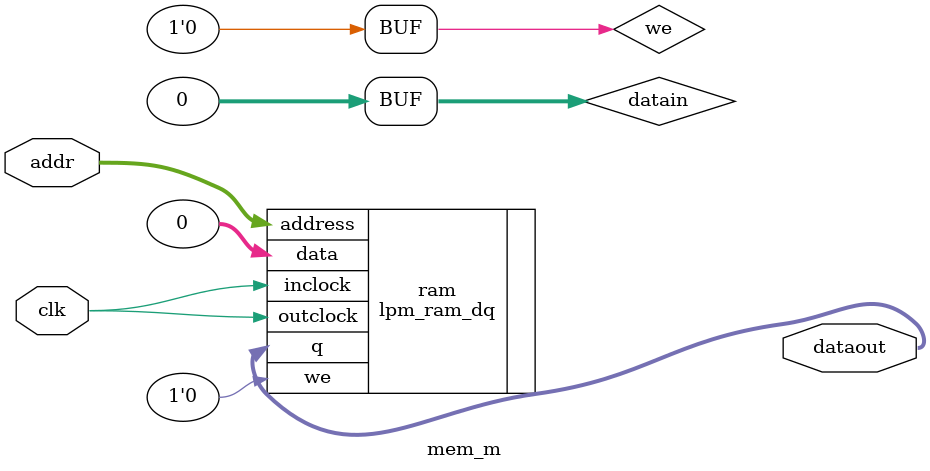
<source format=v>

module mem_m 
	#(parameter WIDTH = 32, ADDR_WIDTH = 7)
	(addr, clk, dataout);

// port instantiation
input   [ADDR_WIDTH - 1 : 0] addr;
input   clk;

output  [WIDTH - 1 : 0] dataout;

// initialize some zero values. 
wire [WIDTH - 1 : 0] datain;
assign datain = 0;
	
wire we;		// 	write not enable
assign we = 0;

// instantiating lpm_ram_dq
lpm_ram_dq ram (.data(datain), .address(addr), .we(we), .inclock(clk), 
                .outclock(clk), .q(dataout));

// passing the parameter values

defparam ram.lpm_width = WIDTH;
defparam ram.lpm_widthad = ADDR_WIDTH;
defparam ram.lpm_indata = "REGISTERED";
defparam ram.lpm_outdata = "REGISTERED";
defparam ram.lpm_file = "mem_m.mif";

endmodule
</source>
